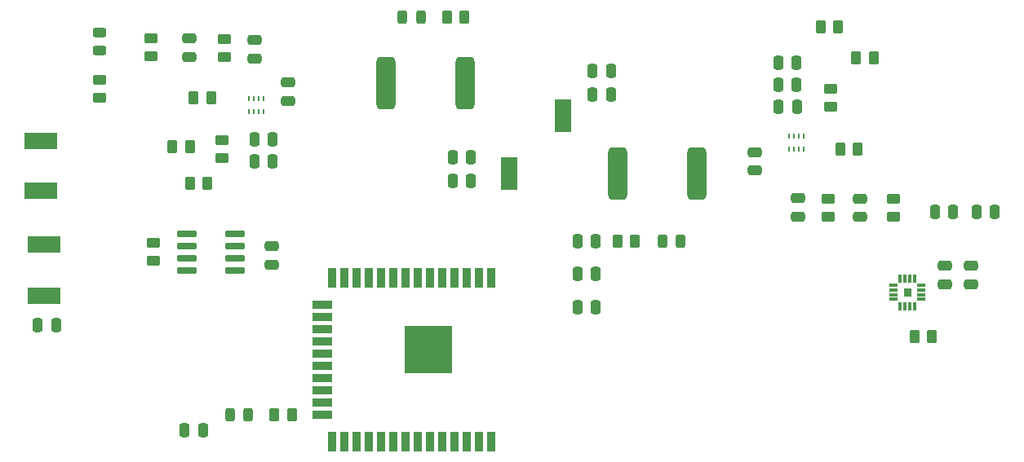
<source format=gbr>
%TF.GenerationSoftware,KiCad,Pcbnew,7.0.11*%
%TF.CreationDate,2025-02-02T20:15:26+02:00*%
%TF.ProjectId,obd_xp,6f62645f-7870-42e6-9b69-6361645f7063,rev?*%
%TF.SameCoordinates,Original*%
%TF.FileFunction,Paste,Top*%
%TF.FilePolarity,Positive*%
%FSLAX46Y46*%
G04 Gerber Fmt 4.6, Leading zero omitted, Abs format (unit mm)*
G04 Created by KiCad (PCBNEW 7.0.11) date 2025-02-02 20:15:26*
%MOMM*%
%LPD*%
G01*
G04 APERTURE LIST*
G04 Aperture macros list*
%AMRoundRect*
0 Rectangle with rounded corners*
0 $1 Rounding radius*
0 $2 $3 $4 $5 $6 $7 $8 $9 X,Y pos of 4 corners*
0 Add a 4 corners polygon primitive as box body*
4,1,4,$2,$3,$4,$5,$6,$7,$8,$9,$2,$3,0*
0 Add four circle primitives for the rounded corners*
1,1,$1+$1,$2,$3*
1,1,$1+$1,$4,$5*
1,1,$1+$1,$6,$7*
1,1,$1+$1,$8,$9*
0 Add four rect primitives between the rounded corners*
20,1,$1+$1,$2,$3,$4,$5,0*
20,1,$1+$1,$4,$5,$6,$7,0*
20,1,$1+$1,$6,$7,$8,$9,0*
20,1,$1+$1,$8,$9,$2,$3,0*%
G04 Aperture macros list end*
%ADD10C,0.010000*%
%ADD11RoundRect,0.500000X-0.500000X-2.250000X0.500000X-2.250000X0.500000X2.250000X-0.500000X2.250000X0*%
%ADD12RoundRect,0.250000X-0.250000X-0.475000X0.250000X-0.475000X0.250000X0.475000X-0.250000X0.475000X0*%
%ADD13RoundRect,0.250000X-0.262500X-0.450000X0.262500X-0.450000X0.262500X0.450000X-0.262500X0.450000X0*%
%ADD14RoundRect,0.250000X0.262500X0.450000X-0.262500X0.450000X-0.262500X-0.450000X0.262500X-0.450000X0*%
%ADD15R,3.400000X1.800000*%
%ADD16RoundRect,0.250000X-0.475000X0.250000X-0.475000X-0.250000X0.475000X-0.250000X0.475000X0.250000X0*%
%ADD17RoundRect,0.243750X-0.243750X-0.456250X0.243750X-0.456250X0.243750X0.456250X-0.243750X0.456250X0*%
%ADD18RoundRect,0.250000X-0.450000X0.262500X-0.450000X-0.262500X0.450000X-0.262500X0.450000X0.262500X0*%
%ADD19R,0.900000X2.000000*%
%ADD20R,2.000000X0.900000*%
%ADD21R,5.000000X5.000000*%
%ADD22RoundRect,0.250000X0.475000X-0.250000X0.475000X0.250000X-0.475000X0.250000X-0.475000X-0.250000X0*%
%ADD23RoundRect,0.250000X0.450000X-0.262500X0.450000X0.262500X-0.450000X0.262500X-0.450000X-0.262500X0*%
%ADD24RoundRect,0.243750X0.243750X0.456250X-0.243750X0.456250X-0.243750X-0.456250X0.243750X-0.456250X0*%
%ADD25RoundRect,0.008100X0.126900X-0.411900X0.126900X0.411900X-0.126900X0.411900X-0.126900X-0.411900X0*%
%ADD26RoundRect,0.008100X0.411900X0.126900X-0.411900X0.126900X-0.411900X-0.126900X0.411900X-0.126900X0*%
%ADD27RoundRect,0.250000X0.250000X0.475000X-0.250000X0.475000X-0.250000X-0.475000X0.250000X-0.475000X0*%
%ADD28R,0.250000X0.600000*%
%ADD29RoundRect,0.500000X0.500000X2.250000X-0.500000X2.250000X-0.500000X-2.250000X0.500000X-2.250000X0*%
%ADD30R,1.800000X3.400000*%
%ADD31RoundRect,0.075000X0.910000X0.225000X-0.910000X0.225000X-0.910000X-0.225000X0.910000X-0.225000X0*%
%ADD32RoundRect,0.243750X-0.456250X0.243750X-0.456250X-0.243750X0.456250X-0.243750X0.456250X0.243750X0*%
G04 APERTURE END LIST*
%TO.C,U1*%
D10*
X117825000Y-133446000D02*
X117125000Y-133446000D01*
X117125000Y-132746000D01*
X117825000Y-132746000D01*
X117825000Y-133446000D01*
G36*
X117825000Y-133446000D02*
G01*
X117125000Y-133446000D01*
X117125000Y-132746000D01*
X117825000Y-132746000D01*
X117825000Y-133446000D01*
G37*
%TD*%
D11*
%TO.C,L2*%
X63413200Y-111404400D03*
X71613200Y-111404400D03*
%TD*%
D12*
%TO.C,C20*%
X49748400Y-117221000D03*
X51648400Y-117221000D03*
%TD*%
D13*
%TO.C,R12*%
X43434000Y-112877600D03*
X45259000Y-112877600D03*
%TD*%
D14*
%TO.C,R7*%
X110295100Y-105537000D03*
X108470100Y-105537000D03*
%TD*%
D12*
%TO.C,C19*%
X49723000Y-119507000D03*
X51623000Y-119507000D03*
%TD*%
D15*
%TO.C,TP1*%
X27559000Y-117348000D03*
%TD*%
%TO.C,TP2*%
X27889200Y-128117600D03*
%TD*%
D16*
%TO.C,C21*%
X53187600Y-111318000D03*
X53187600Y-113218000D03*
%TD*%
D17*
%TO.C,D3*%
X65102500Y-104521000D03*
X66977500Y-104521000D03*
%TD*%
D18*
%TO.C,R3*%
X109484200Y-111990500D03*
X109484200Y-113815500D03*
%TD*%
D19*
%TO.C,MOD1*%
X74304000Y-131596000D03*
X73034000Y-131596000D03*
X71764000Y-131596000D03*
X70494000Y-131596000D03*
X69224000Y-131596000D03*
X67954000Y-131596000D03*
X66684000Y-131596000D03*
X65414000Y-131596000D03*
X64144000Y-131596000D03*
X62874000Y-131596000D03*
X61604000Y-131596000D03*
X60334000Y-131596000D03*
X59064000Y-131596000D03*
X57794000Y-131596000D03*
D20*
X56794000Y-134381000D03*
X56794000Y-135651000D03*
X56794000Y-136921000D03*
X56794000Y-138191000D03*
X56794000Y-139461000D03*
X56794000Y-140731000D03*
X56794000Y-142001000D03*
X56794000Y-143271000D03*
X56794000Y-144541000D03*
X56794000Y-145811000D03*
D19*
X57794000Y-148596000D03*
X59064000Y-148596000D03*
X60334000Y-148596000D03*
X61604000Y-148596000D03*
X62874000Y-148596000D03*
X64144000Y-148596000D03*
X65414000Y-148596000D03*
X66684000Y-148596000D03*
X67954000Y-148596000D03*
X69224000Y-148596000D03*
X70494000Y-148596000D03*
X71764000Y-148596000D03*
X73034000Y-148596000D03*
X74304000Y-148596000D03*
D21*
X67804000Y-139096000D03*
%TD*%
D22*
%TO.C,C5*%
X121412000Y-132268000D03*
X121412000Y-130368000D03*
%TD*%
D23*
%TO.C,R6*%
X109281000Y-125245500D03*
X109281000Y-123420500D03*
%TD*%
D24*
%TO.C,D4*%
X93950000Y-127762000D03*
X92075000Y-127762000D03*
%TD*%
D23*
%TO.C,R5*%
X116012000Y-125245500D03*
X116012000Y-123420500D03*
%TD*%
D12*
%TO.C,C16*%
X84836000Y-110109000D03*
X86736000Y-110109000D03*
%TD*%
D25*
%TO.C,U1*%
X116725000Y-134531000D03*
X117225000Y-134531000D03*
X117725000Y-134531000D03*
X118225000Y-134531000D03*
D26*
X118910000Y-133846000D03*
X118910000Y-133346000D03*
X118910000Y-132846000D03*
X118910000Y-132346000D03*
D25*
X118225000Y-131661000D03*
X117725000Y-131661000D03*
X117225000Y-131661000D03*
X116725000Y-131661000D03*
D26*
X116040000Y-132346000D03*
X116040000Y-132846000D03*
X116040000Y-133346000D03*
X116040000Y-133846000D03*
%TD*%
D12*
%TO.C,C15*%
X84836000Y-112522000D03*
X86736000Y-112522000D03*
%TD*%
D18*
%TO.C,R18*%
X33655000Y-111053000D03*
X33655000Y-112878000D03*
%TD*%
D16*
%TO.C,C11*%
X106106000Y-123317000D03*
X106106000Y-125217000D03*
%TD*%
D13*
%TO.C,R2*%
X118213500Y-137668000D03*
X120038500Y-137668000D03*
%TD*%
D27*
%TO.C,C13*%
X106040000Y-113792000D03*
X104140000Y-113792000D03*
%TD*%
D28*
%TO.C,IC2*%
X49186400Y-114339600D03*
X49686400Y-114339600D03*
X50186400Y-114339600D03*
X50686400Y-114339600D03*
X50686400Y-112939600D03*
X50186400Y-112939600D03*
X49686400Y-112939600D03*
X49186400Y-112939600D03*
%TD*%
D27*
%TO.C,C10*%
X105979000Y-111506000D03*
X104079000Y-111506000D03*
%TD*%
D22*
%TO.C,C4*%
X124079000Y-132268000D03*
X124079000Y-130368000D03*
%TD*%
D27*
%TO.C,C23*%
X72197000Y-121539000D03*
X70297000Y-121539000D03*
%TD*%
D22*
%TO.C,C24*%
X42976800Y-108646000D03*
X42976800Y-106746000D03*
%TD*%
D13*
%TO.C,R19*%
X69699500Y-104521000D03*
X71524500Y-104521000D03*
%TD*%
%TO.C,R9*%
X41200700Y-118008400D03*
X43025700Y-118008400D03*
%TD*%
D29*
%TO.C,L1*%
X95601000Y-120777000D03*
X87401000Y-120777000D03*
%TD*%
D14*
%TO.C,R20*%
X89226000Y-127762000D03*
X87401000Y-127762000D03*
%TD*%
D12*
%TO.C,C9*%
X27244000Y-136525000D03*
X29144000Y-136525000D03*
%TD*%
D27*
%TO.C,C6*%
X126553000Y-124714000D03*
X124653000Y-124714000D03*
%TD*%
D17*
%TO.C,D1*%
X47195500Y-145796000D03*
X49070500Y-145796000D03*
%TD*%
D13*
%TO.C,R10*%
X43029500Y-121818400D03*
X44854500Y-121818400D03*
%TD*%
D22*
%TO.C,C25*%
X49733200Y-108798400D03*
X49733200Y-106898400D03*
%TD*%
D12*
%TO.C,C1*%
X83251000Y-127762000D03*
X85151000Y-127762000D03*
%TD*%
D30*
%TO.C,TP5*%
X81747400Y-114782600D03*
%TD*%
D22*
%TO.C,C14*%
X101661000Y-120457000D03*
X101661000Y-118557000D03*
%TD*%
D27*
%TO.C,C22*%
X72222400Y-119075200D03*
X70322400Y-119075200D03*
%TD*%
D31*
%TO.C,U2*%
X47682000Y-130810000D03*
X47682000Y-129540000D03*
X47682000Y-128270000D03*
X47682000Y-127000000D03*
X42742000Y-127000000D03*
X42742000Y-128270000D03*
X42742000Y-129540000D03*
X42742000Y-130810000D03*
%TD*%
D12*
%TO.C,C7*%
X120335000Y-124714000D03*
X122235000Y-124714000D03*
%TD*%
%TO.C,C3*%
X83251000Y-134620000D03*
X85151000Y-134620000D03*
%TD*%
D18*
%TO.C,R14*%
X38963600Y-106732700D03*
X38963600Y-108557700D03*
%TD*%
D12*
%TO.C,C8*%
X42484000Y-147447000D03*
X44384000Y-147447000D03*
%TD*%
D23*
%TO.C,R15*%
X39217600Y-129817500D03*
X39217600Y-127992500D03*
%TD*%
D18*
%TO.C,R13*%
X46634400Y-106834300D03*
X46634400Y-108659300D03*
%TD*%
D16*
%TO.C,C17*%
X112583000Y-123383000D03*
X112583000Y-125283000D03*
%TD*%
D12*
%TO.C,C2*%
X83251000Y-131191000D03*
X85151000Y-131191000D03*
%TD*%
D15*
%TO.C,TP3*%
X27559000Y-122555000D03*
%TD*%
D22*
%TO.C,C18*%
X51562000Y-130236000D03*
X51562000Y-128336000D03*
%TD*%
D14*
%TO.C,R8*%
X114003500Y-108788200D03*
X112178500Y-108788200D03*
%TD*%
D15*
%TO.C,TP4*%
X27940000Y-133477000D03*
%TD*%
D23*
%TO.C,R11*%
X46329600Y-119124100D03*
X46329600Y-117299100D03*
%TD*%
D14*
%TO.C,R4*%
X112352500Y-118237000D03*
X110527500Y-118237000D03*
%TD*%
D32*
%TO.C,D2*%
X33655000Y-106123500D03*
X33655000Y-107998500D03*
%TD*%
D30*
%TO.C,TP6*%
X76200000Y-120802400D03*
%TD*%
D13*
%TO.C,R1*%
X51792500Y-145796000D03*
X53617500Y-145796000D03*
%TD*%
D27*
%TO.C,C12*%
X105979000Y-109220000D03*
X104079000Y-109220000D03*
%TD*%
D28*
%TO.C,IC1*%
X106741000Y-116837000D03*
X106241000Y-116837000D03*
X105741000Y-116837000D03*
X105241000Y-116837000D03*
X105241000Y-118237000D03*
X105741000Y-118237000D03*
X106241000Y-118237000D03*
X106741000Y-118237000D03*
%TD*%
M02*

</source>
